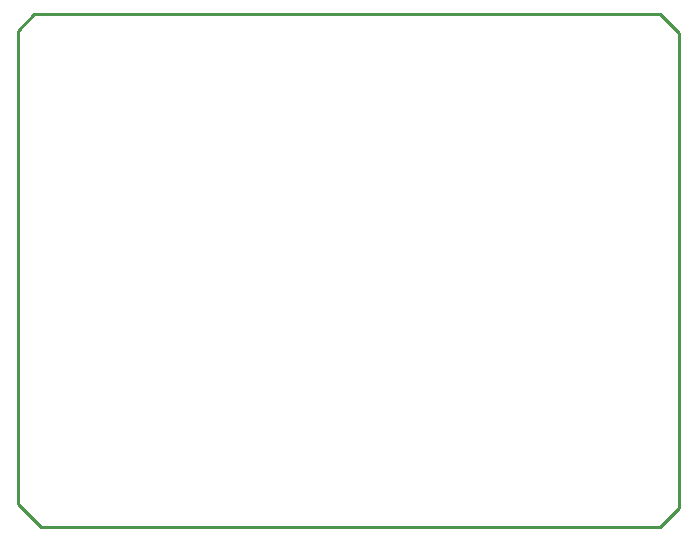
<source format=gko>
G04*
G04 #@! TF.GenerationSoftware,Altium Limited,Altium Designer,19.0.10 (269)*
G04*
G04 Layer_Color=16711935*
%FSLAX25Y25*%
%MOIN*%
G70*
G01*
G75*
%ADD10C,0.01000*%
D10*
X230300Y220500D02*
X436840D01*
X443000Y226660D01*
Y384960D01*
X222730Y228070D02*
X230300Y220500D01*
X222730Y228070D02*
Y385860D01*
X228140Y391270D01*
X436690D01*
X443000Y384960D01*
M02*

</source>
